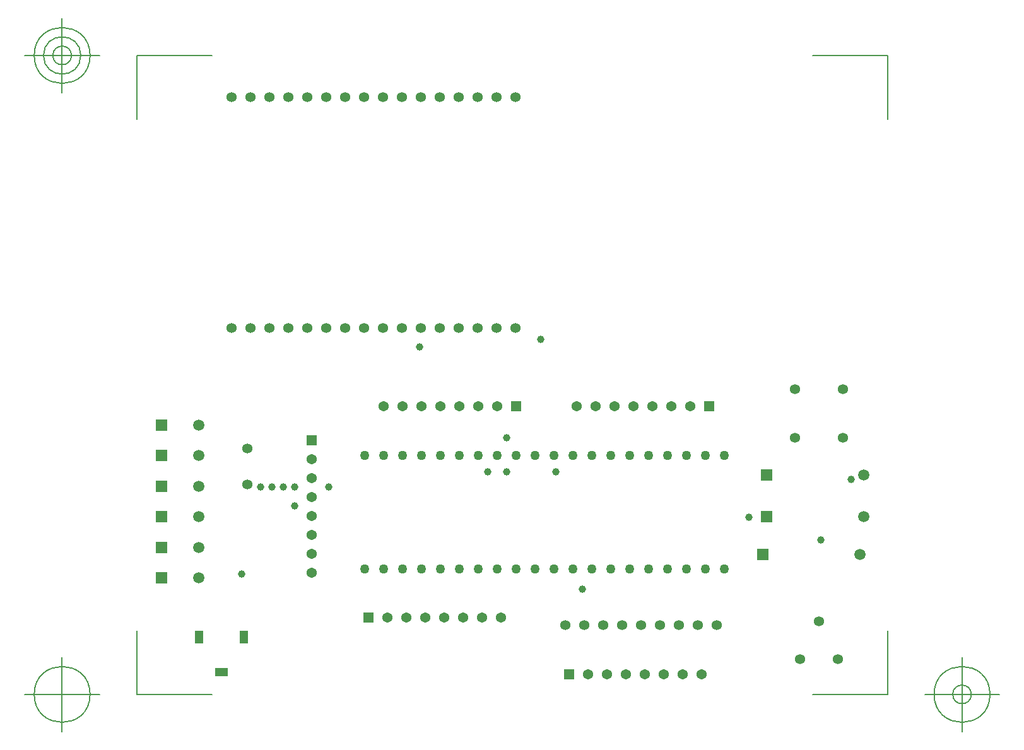
<source format=gbr>
G04 Generated by Ultiboard 13.0 *
%FSLAX24Y24*%
%MOIN*%

%ADD10C,0.0001*%
%ADD11C,0.0001*%
%ADD12C,0.0050*%
%ADD13C,0.0534*%
%ADD14C,0.0394*%
%ADD15C,0.0500*%
%ADD16C,0.0540*%
%ADD17R,0.0540X0.0540*%
%ADD18C,0.0591*%
%ADD19R,0.0591X0.0591*%


G04 ColorRGB FF00CC for the following layer *
%LNSolder Mask Top*%
%LPD*%
G54D10*
G54D11*
G36*
X2941Y2585D02*
X2941Y2585D01*
X3335Y2585D01*
X3335Y3215D01*
X2941Y3215D01*
X2941Y2585D01*
D02*
G37*
X3335Y2585D01*
X3335Y3215D01*
X2941Y3215D01*
X2941Y2585D01*
G36*
X5303Y2585D02*
X5303Y2585D01*
X5697Y2585D01*
X5697Y3215D01*
X5303Y3215D01*
X5303Y2585D01*
D02*
G37*
X5697Y2585D01*
X5697Y3215D01*
X5303Y3215D01*
X5303Y2585D01*
G36*
X4004Y1246D02*
X4004Y1246D01*
X4004Y853D01*
X4634Y853D01*
X4634Y1246D01*
X4004Y1246D01*
D02*
G37*
X4004Y853D01*
X4634Y853D01*
X4634Y1246D01*
X4004Y1246D01*
G54D12*
X-150Y-150D02*
X-150Y3226D01*
X-150Y-150D02*
X3817Y-150D01*
X39520Y-150D02*
X35553Y-150D01*
X39520Y-150D02*
X39520Y3226D01*
X39520Y33615D02*
X39520Y30238D01*
X39520Y33615D02*
X35553Y33615D01*
X-150Y33615D02*
X3817Y33615D01*
X-150Y33615D02*
X-150Y30238D01*
X-2119Y-150D02*
X-6056Y-150D01*
X-4087Y-2119D02*
X-4087Y1819D01*
X-5563Y-150D02*
G75*
D01*
G02X-5563Y-150I1476J0*
G01*
X41489Y-150D02*
X45426Y-150D01*
X43457Y-2119D02*
X43457Y1819D01*
X41981Y-150D02*
G75*
D01*
G02X41981Y-150I1476J0*
G01*
X42965Y-150D02*
G75*
D01*
G02X42965Y-150I492J0*
G01*
X-2119Y33615D02*
X-6056Y33615D01*
X-4087Y31646D02*
X-4087Y35583D01*
X-5563Y33615D02*
G75*
D01*
G02X-5563Y33615I1476J0*
G01*
X-5071Y33615D02*
G75*
D01*
G02X-5071Y33615I984J0*
G01*
X-4579Y33615D02*
G75*
D01*
G02X-4579Y33615I492J0*
G01*
G54D13*
X34620Y15980D03*
X34620Y13420D03*
X37180Y15980D03*
X37180Y13420D03*
X5700Y12861D03*
X5700Y10939D03*
X30500Y3500D03*
X29500Y3500D03*
X28500Y3500D03*
X27500Y3500D03*
X26500Y3500D03*
X25500Y3500D03*
X24500Y3500D03*
X23500Y3500D03*
X22500Y3500D03*
X34900Y1700D03*
X36900Y1700D03*
X35900Y3700D03*
X4868Y19198D03*
X5868Y19198D03*
X6868Y19198D03*
X7868Y19198D03*
X8868Y19198D03*
X9868Y19198D03*
X10868Y19198D03*
X11868Y19198D03*
X12868Y19198D03*
X13868Y19198D03*
X14868Y19198D03*
X15868Y19198D03*
X16868Y19198D03*
X17868Y19198D03*
X18868Y19198D03*
X19868Y19198D03*
X4868Y31402D03*
X5868Y31402D03*
X6868Y31402D03*
X7868Y31402D03*
X8868Y31402D03*
X9868Y31402D03*
X10868Y31402D03*
X11868Y31402D03*
X12868Y31402D03*
X13868Y31402D03*
X14868Y31402D03*
X15868Y31402D03*
X16868Y31402D03*
X17868Y31402D03*
X18868Y31402D03*
X19868Y31402D03*
G54D14*
X32200Y9200D03*
X21200Y18600D03*
X23400Y5400D03*
X18400Y11600D03*
X14800Y18200D03*
X5400Y6200D03*
X7600Y10800D03*
X6400Y10800D03*
X10000Y10800D03*
X8200Y10800D03*
X36000Y8000D03*
X37600Y11200D03*
X22000Y11600D03*
X8200Y9800D03*
X19400Y11600D03*
X19400Y13400D03*
X7000Y10800D03*
G54D15*
X25905Y12467D03*
X25905Y6467D03*
X28905Y6467D03*
X29905Y6467D03*
X30905Y6467D03*
X26905Y6467D03*
X27905Y6467D03*
X19905Y6467D03*
X22905Y6467D03*
X23905Y6467D03*
X24905Y6467D03*
X20905Y6467D03*
X21905Y6467D03*
X16905Y6467D03*
X17905Y6467D03*
X18905Y6467D03*
X13905Y6467D03*
X14905Y6467D03*
X15905Y6467D03*
X12905Y6467D03*
X11905Y6467D03*
X28905Y12467D03*
X29905Y12467D03*
X30905Y12467D03*
X26905Y12467D03*
X27905Y12467D03*
X19905Y12467D03*
X22905Y12467D03*
X23905Y12467D03*
X24905Y12467D03*
X21905Y12467D03*
X20905Y12467D03*
X16905Y12467D03*
X18905Y12467D03*
X17905Y12467D03*
X13905Y12467D03*
X15905Y12467D03*
X14905Y12467D03*
X12905Y12467D03*
X11905Y12467D03*
G54D16*
X12905Y15067D03*
X13905Y15067D03*
X14905Y15067D03*
X15905Y15067D03*
X16905Y15067D03*
X17905Y15067D03*
X18905Y15067D03*
X23105Y15067D03*
X24105Y15067D03*
X25105Y15067D03*
X26105Y15067D03*
X27105Y15067D03*
X28105Y15067D03*
X29105Y15067D03*
X9105Y6267D03*
X9105Y7267D03*
X9105Y8267D03*
X9105Y9267D03*
X9105Y10267D03*
X9105Y11267D03*
X9105Y12267D03*
X29700Y900D03*
X28700Y900D03*
X27700Y900D03*
X26700Y900D03*
X25700Y900D03*
X24700Y900D03*
X23700Y900D03*
X19100Y3900D03*
X18100Y3900D03*
X17100Y3900D03*
X16100Y3900D03*
X15100Y3900D03*
X14100Y3900D03*
X13100Y3900D03*
G54D17*
X19905Y15067D03*
X30105Y15067D03*
X9105Y13267D03*
X22700Y900D03*
X12100Y3900D03*
G54D18*
X3124Y6006D03*
X3124Y7620D03*
X3124Y9235D03*
X3124Y10849D03*
X3124Y12463D03*
X3124Y14077D03*
X38053Y7253D03*
X38253Y9253D03*
X38253Y11453D03*
G54D19*
X1155Y6006D03*
X1155Y7620D03*
X1155Y9235D03*
X1155Y10849D03*
X1155Y12463D03*
X1155Y14077D03*
X32935Y7253D03*
X33135Y9253D03*
X33135Y11453D03*

M02*

</source>
